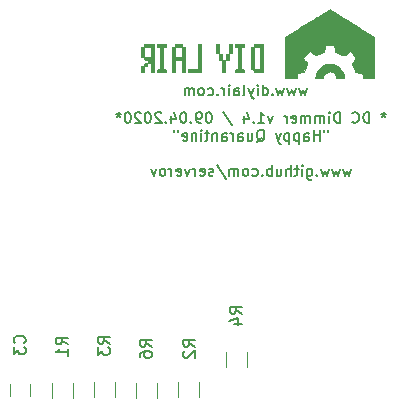
<source format=gbo>
G04 #@! TF.GenerationSoftware,KiCad,Pcbnew,(5.1.5)-3*
G04 #@! TF.CreationDate,2020-04-09T15:05:06+03:00*
G04 #@! TF.ProjectId,DCDimmer,44434469-6d6d-4657-922e-6b696361645f,rev?*
G04 #@! TF.SameCoordinates,Original*
G04 #@! TF.FileFunction,Legend,Bot*
G04 #@! TF.FilePolarity,Positive*
%FSLAX46Y46*%
G04 Gerber Fmt 4.6, Leading zero omitted, Abs format (unit mm)*
G04 Created by KiCad (PCBNEW (5.1.5)-3) date 2020-04-09 15:05:06*
%MOMM*%
%LPD*%
G04 APERTURE LIST*
%ADD10C,0.150000*%
%ADD11C,0.010000*%
%ADD12C,0.120000*%
G04 APERTURE END LIST*
D10*
X135509142Y-81087142D02*
X135337714Y-81687142D01*
X135166285Y-81258571D01*
X134994857Y-81687142D01*
X134823428Y-81087142D01*
X134566285Y-81087142D02*
X134394857Y-81687142D01*
X134223428Y-81258571D01*
X134052000Y-81687142D01*
X133880571Y-81087142D01*
X133623428Y-81087142D02*
X133452000Y-81687142D01*
X133280571Y-81258571D01*
X133109142Y-81687142D01*
X132937714Y-81087142D01*
X132594857Y-81601428D02*
X132552000Y-81644285D01*
X132594857Y-81687142D01*
X132637714Y-81644285D01*
X132594857Y-81601428D01*
X132594857Y-81687142D01*
X131780571Y-81687142D02*
X131780571Y-80787142D01*
X131780571Y-81644285D02*
X131866285Y-81687142D01*
X132037714Y-81687142D01*
X132123428Y-81644285D01*
X132166285Y-81601428D01*
X132209142Y-81515714D01*
X132209142Y-81258571D01*
X132166285Y-81172857D01*
X132123428Y-81130000D01*
X132037714Y-81087142D01*
X131866285Y-81087142D01*
X131780571Y-81130000D01*
X131352000Y-81687142D02*
X131352000Y-81087142D01*
X131352000Y-80787142D02*
X131394857Y-80830000D01*
X131352000Y-80872857D01*
X131309142Y-80830000D01*
X131352000Y-80787142D01*
X131352000Y-80872857D01*
X131009142Y-81087142D02*
X130794857Y-81687142D01*
X130580571Y-81087142D02*
X130794857Y-81687142D01*
X130880571Y-81901428D01*
X130923428Y-81944285D01*
X131009142Y-81987142D01*
X130109142Y-81687142D02*
X130194857Y-81644285D01*
X130237714Y-81558571D01*
X130237714Y-80787142D01*
X129380571Y-81687142D02*
X129380571Y-81215714D01*
X129423428Y-81130000D01*
X129509142Y-81087142D01*
X129680571Y-81087142D01*
X129766285Y-81130000D01*
X129380571Y-81644285D02*
X129466285Y-81687142D01*
X129680571Y-81687142D01*
X129766285Y-81644285D01*
X129809142Y-81558571D01*
X129809142Y-81472857D01*
X129766285Y-81387142D01*
X129680571Y-81344285D01*
X129466285Y-81344285D01*
X129380571Y-81301428D01*
X128952000Y-81687142D02*
X128952000Y-81087142D01*
X128952000Y-80787142D02*
X128994857Y-80830000D01*
X128952000Y-80872857D01*
X128909142Y-80830000D01*
X128952000Y-80787142D01*
X128952000Y-80872857D01*
X128523428Y-81687142D02*
X128523428Y-81087142D01*
X128523428Y-81258571D02*
X128480571Y-81172857D01*
X128437714Y-81130000D01*
X128352000Y-81087142D01*
X128266285Y-81087142D01*
X127966285Y-81601428D02*
X127923428Y-81644285D01*
X127966285Y-81687142D01*
X128009142Y-81644285D01*
X127966285Y-81601428D01*
X127966285Y-81687142D01*
X127152000Y-81644285D02*
X127237714Y-81687142D01*
X127409142Y-81687142D01*
X127494857Y-81644285D01*
X127537714Y-81601428D01*
X127580571Y-81515714D01*
X127580571Y-81258571D01*
X127537714Y-81172857D01*
X127494857Y-81130000D01*
X127409142Y-81087142D01*
X127237714Y-81087142D01*
X127152000Y-81130000D01*
X126637714Y-81687142D02*
X126723428Y-81644285D01*
X126766285Y-81601428D01*
X126809142Y-81515714D01*
X126809142Y-81258571D01*
X126766285Y-81172857D01*
X126723428Y-81130000D01*
X126637714Y-81087142D01*
X126509142Y-81087142D01*
X126423428Y-81130000D01*
X126380571Y-81172857D01*
X126337714Y-81258571D01*
X126337714Y-81515714D01*
X126380571Y-81601428D01*
X126423428Y-81644285D01*
X126509142Y-81687142D01*
X126637714Y-81687142D01*
X125952000Y-81687142D02*
X125952000Y-81087142D01*
X125952000Y-81172857D02*
X125909142Y-81130000D01*
X125823428Y-81087142D01*
X125694857Y-81087142D01*
X125609142Y-81130000D01*
X125566285Y-81215714D01*
X125566285Y-81687142D01*
X125566285Y-81215714D02*
X125523428Y-81130000D01*
X125437714Y-81087142D01*
X125309142Y-81087142D01*
X125223428Y-81130000D01*
X125180571Y-81215714D01*
X125180571Y-81687142D01*
X142038571Y-83121142D02*
X142038571Y-83335428D01*
X142252857Y-83249714D02*
X142038571Y-83335428D01*
X141824285Y-83249714D01*
X142167142Y-83506857D02*
X142038571Y-83335428D01*
X141910000Y-83506857D01*
X140795714Y-84021142D02*
X140795714Y-83121142D01*
X140581428Y-83121142D01*
X140452857Y-83164000D01*
X140367142Y-83249714D01*
X140324285Y-83335428D01*
X140281428Y-83506857D01*
X140281428Y-83635428D01*
X140324285Y-83806857D01*
X140367142Y-83892571D01*
X140452857Y-83978285D01*
X140581428Y-84021142D01*
X140795714Y-84021142D01*
X139381428Y-83935428D02*
X139424285Y-83978285D01*
X139552857Y-84021142D01*
X139638571Y-84021142D01*
X139767142Y-83978285D01*
X139852857Y-83892571D01*
X139895714Y-83806857D01*
X139938571Y-83635428D01*
X139938571Y-83506857D01*
X139895714Y-83335428D01*
X139852857Y-83249714D01*
X139767142Y-83164000D01*
X139638571Y-83121142D01*
X139552857Y-83121142D01*
X139424285Y-83164000D01*
X139381428Y-83206857D01*
X138310000Y-84021142D02*
X138310000Y-83121142D01*
X138095714Y-83121142D01*
X137967142Y-83164000D01*
X137881428Y-83249714D01*
X137838571Y-83335428D01*
X137795714Y-83506857D01*
X137795714Y-83635428D01*
X137838571Y-83806857D01*
X137881428Y-83892571D01*
X137967142Y-83978285D01*
X138095714Y-84021142D01*
X138310000Y-84021142D01*
X137410000Y-84021142D02*
X137410000Y-83421142D01*
X137410000Y-83121142D02*
X137452857Y-83164000D01*
X137410000Y-83206857D01*
X137367142Y-83164000D01*
X137410000Y-83121142D01*
X137410000Y-83206857D01*
X136981428Y-84021142D02*
X136981428Y-83421142D01*
X136981428Y-83506857D02*
X136938571Y-83464000D01*
X136852857Y-83421142D01*
X136724285Y-83421142D01*
X136638571Y-83464000D01*
X136595714Y-83549714D01*
X136595714Y-84021142D01*
X136595714Y-83549714D02*
X136552857Y-83464000D01*
X136467142Y-83421142D01*
X136338571Y-83421142D01*
X136252857Y-83464000D01*
X136210000Y-83549714D01*
X136210000Y-84021142D01*
X135781428Y-84021142D02*
X135781428Y-83421142D01*
X135781428Y-83506857D02*
X135738571Y-83464000D01*
X135652857Y-83421142D01*
X135524285Y-83421142D01*
X135438571Y-83464000D01*
X135395714Y-83549714D01*
X135395714Y-84021142D01*
X135395714Y-83549714D02*
X135352857Y-83464000D01*
X135267142Y-83421142D01*
X135138571Y-83421142D01*
X135052857Y-83464000D01*
X135010000Y-83549714D01*
X135010000Y-84021142D01*
X134238571Y-83978285D02*
X134324285Y-84021142D01*
X134495714Y-84021142D01*
X134581428Y-83978285D01*
X134624285Y-83892571D01*
X134624285Y-83549714D01*
X134581428Y-83464000D01*
X134495714Y-83421142D01*
X134324285Y-83421142D01*
X134238571Y-83464000D01*
X134195714Y-83549714D01*
X134195714Y-83635428D01*
X134624285Y-83721142D01*
X133810000Y-84021142D02*
X133810000Y-83421142D01*
X133810000Y-83592571D02*
X133767142Y-83506857D01*
X133724285Y-83464000D01*
X133638571Y-83421142D01*
X133552857Y-83421142D01*
X132652857Y-83421142D02*
X132438571Y-84021142D01*
X132224285Y-83421142D01*
X131410000Y-84021142D02*
X131924285Y-84021142D01*
X131667142Y-84021142D02*
X131667142Y-83121142D01*
X131752857Y-83249714D01*
X131838571Y-83335428D01*
X131924285Y-83378285D01*
X131024285Y-83935428D02*
X130981428Y-83978285D01*
X131024285Y-84021142D01*
X131067142Y-83978285D01*
X131024285Y-83935428D01*
X131024285Y-84021142D01*
X130210000Y-83421142D02*
X130210000Y-84021142D01*
X130424285Y-83078285D02*
X130638571Y-83721142D01*
X130081428Y-83721142D01*
X128410000Y-83078285D02*
X129181428Y-84235428D01*
X127252857Y-83121142D02*
X127167142Y-83121142D01*
X127081428Y-83164000D01*
X127038571Y-83206857D01*
X126995714Y-83292571D01*
X126952857Y-83464000D01*
X126952857Y-83678285D01*
X126995714Y-83849714D01*
X127038571Y-83935428D01*
X127081428Y-83978285D01*
X127167142Y-84021142D01*
X127252857Y-84021142D01*
X127338571Y-83978285D01*
X127381428Y-83935428D01*
X127424285Y-83849714D01*
X127467142Y-83678285D01*
X127467142Y-83464000D01*
X127424285Y-83292571D01*
X127381428Y-83206857D01*
X127338571Y-83164000D01*
X127252857Y-83121142D01*
X126524285Y-84021142D02*
X126352857Y-84021142D01*
X126267142Y-83978285D01*
X126224285Y-83935428D01*
X126138571Y-83806857D01*
X126095714Y-83635428D01*
X126095714Y-83292571D01*
X126138571Y-83206857D01*
X126181428Y-83164000D01*
X126267142Y-83121142D01*
X126438571Y-83121142D01*
X126524285Y-83164000D01*
X126567142Y-83206857D01*
X126610000Y-83292571D01*
X126610000Y-83506857D01*
X126567142Y-83592571D01*
X126524285Y-83635428D01*
X126438571Y-83678285D01*
X126267142Y-83678285D01*
X126181428Y-83635428D01*
X126138571Y-83592571D01*
X126095714Y-83506857D01*
X125710000Y-83935428D02*
X125667142Y-83978285D01*
X125710000Y-84021142D01*
X125752857Y-83978285D01*
X125710000Y-83935428D01*
X125710000Y-84021142D01*
X125110000Y-83121142D02*
X125024285Y-83121142D01*
X124938571Y-83164000D01*
X124895714Y-83206857D01*
X124852857Y-83292571D01*
X124810000Y-83464000D01*
X124810000Y-83678285D01*
X124852857Y-83849714D01*
X124895714Y-83935428D01*
X124938571Y-83978285D01*
X125024285Y-84021142D01*
X125110000Y-84021142D01*
X125195714Y-83978285D01*
X125238571Y-83935428D01*
X125281428Y-83849714D01*
X125324285Y-83678285D01*
X125324285Y-83464000D01*
X125281428Y-83292571D01*
X125238571Y-83206857D01*
X125195714Y-83164000D01*
X125110000Y-83121142D01*
X124038571Y-83421142D02*
X124038571Y-84021142D01*
X124252857Y-83078285D02*
X124467142Y-83721142D01*
X123910000Y-83721142D01*
X123567142Y-83935428D02*
X123524285Y-83978285D01*
X123567142Y-84021142D01*
X123610000Y-83978285D01*
X123567142Y-83935428D01*
X123567142Y-84021142D01*
X123181428Y-83206857D02*
X123138571Y-83164000D01*
X123052857Y-83121142D01*
X122838571Y-83121142D01*
X122752857Y-83164000D01*
X122710000Y-83206857D01*
X122667142Y-83292571D01*
X122667142Y-83378285D01*
X122710000Y-83506857D01*
X123224285Y-84021142D01*
X122667142Y-84021142D01*
X122110000Y-83121142D02*
X122024285Y-83121142D01*
X121938571Y-83164000D01*
X121895714Y-83206857D01*
X121852857Y-83292571D01*
X121810000Y-83464000D01*
X121810000Y-83678285D01*
X121852857Y-83849714D01*
X121895714Y-83935428D01*
X121938571Y-83978285D01*
X122024285Y-84021142D01*
X122110000Y-84021142D01*
X122195714Y-83978285D01*
X122238571Y-83935428D01*
X122281428Y-83849714D01*
X122324285Y-83678285D01*
X122324285Y-83464000D01*
X122281428Y-83292571D01*
X122238571Y-83206857D01*
X122195714Y-83164000D01*
X122110000Y-83121142D01*
X121467142Y-83206857D02*
X121424285Y-83164000D01*
X121338571Y-83121142D01*
X121124285Y-83121142D01*
X121038571Y-83164000D01*
X120995714Y-83206857D01*
X120952857Y-83292571D01*
X120952857Y-83378285D01*
X120995714Y-83506857D01*
X121510000Y-84021142D01*
X120952857Y-84021142D01*
X120395714Y-83121142D02*
X120310000Y-83121142D01*
X120224285Y-83164000D01*
X120181428Y-83206857D01*
X120138571Y-83292571D01*
X120095714Y-83464000D01*
X120095714Y-83678285D01*
X120138571Y-83849714D01*
X120181428Y-83935428D01*
X120224285Y-83978285D01*
X120310000Y-84021142D01*
X120395714Y-84021142D01*
X120481428Y-83978285D01*
X120524285Y-83935428D01*
X120567142Y-83849714D01*
X120610000Y-83678285D01*
X120610000Y-83464000D01*
X120567142Y-83292571D01*
X120524285Y-83206857D01*
X120481428Y-83164000D01*
X120395714Y-83121142D01*
X119581428Y-83121142D02*
X119581428Y-83335428D01*
X119795714Y-83249714D02*
X119581428Y-83335428D01*
X119367142Y-83249714D01*
X119710000Y-83506857D02*
X119581428Y-83335428D01*
X119452857Y-83506857D01*
X137345714Y-84621142D02*
X137345714Y-84792571D01*
X137002857Y-84621142D02*
X137002857Y-84792571D01*
X136617142Y-85521142D02*
X136617142Y-84621142D01*
X136617142Y-85049714D02*
X136102857Y-85049714D01*
X136102857Y-85521142D02*
X136102857Y-84621142D01*
X135288571Y-85521142D02*
X135288571Y-85049714D01*
X135331428Y-84964000D01*
X135417142Y-84921142D01*
X135588571Y-84921142D01*
X135674285Y-84964000D01*
X135288571Y-85478285D02*
X135374285Y-85521142D01*
X135588571Y-85521142D01*
X135674285Y-85478285D01*
X135717142Y-85392571D01*
X135717142Y-85306857D01*
X135674285Y-85221142D01*
X135588571Y-85178285D01*
X135374285Y-85178285D01*
X135288571Y-85135428D01*
X134860000Y-84921142D02*
X134860000Y-85821142D01*
X134860000Y-84964000D02*
X134774285Y-84921142D01*
X134602857Y-84921142D01*
X134517142Y-84964000D01*
X134474285Y-85006857D01*
X134431428Y-85092571D01*
X134431428Y-85349714D01*
X134474285Y-85435428D01*
X134517142Y-85478285D01*
X134602857Y-85521142D01*
X134774285Y-85521142D01*
X134860000Y-85478285D01*
X134045714Y-84921142D02*
X134045714Y-85821142D01*
X134045714Y-84964000D02*
X133960000Y-84921142D01*
X133788571Y-84921142D01*
X133702857Y-84964000D01*
X133660000Y-85006857D01*
X133617142Y-85092571D01*
X133617142Y-85349714D01*
X133660000Y-85435428D01*
X133702857Y-85478285D01*
X133788571Y-85521142D01*
X133960000Y-85521142D01*
X134045714Y-85478285D01*
X133317142Y-84921142D02*
X133102857Y-85521142D01*
X132888571Y-84921142D02*
X133102857Y-85521142D01*
X133188571Y-85735428D01*
X133231428Y-85778285D01*
X133317142Y-85821142D01*
X131260000Y-85606857D02*
X131345714Y-85564000D01*
X131431428Y-85478285D01*
X131560000Y-85349714D01*
X131645714Y-85306857D01*
X131731428Y-85306857D01*
X131688571Y-85521142D02*
X131774285Y-85478285D01*
X131860000Y-85392571D01*
X131902857Y-85221142D01*
X131902857Y-84921142D01*
X131860000Y-84749714D01*
X131774285Y-84664000D01*
X131688571Y-84621142D01*
X131517142Y-84621142D01*
X131431428Y-84664000D01*
X131345714Y-84749714D01*
X131302857Y-84921142D01*
X131302857Y-85221142D01*
X131345714Y-85392571D01*
X131431428Y-85478285D01*
X131517142Y-85521142D01*
X131688571Y-85521142D01*
X130531428Y-84921142D02*
X130531428Y-85521142D01*
X130917142Y-84921142D02*
X130917142Y-85392571D01*
X130874285Y-85478285D01*
X130788571Y-85521142D01*
X130660000Y-85521142D01*
X130574285Y-85478285D01*
X130531428Y-85435428D01*
X129717142Y-85521142D02*
X129717142Y-85049714D01*
X129760000Y-84964000D01*
X129845714Y-84921142D01*
X130017142Y-84921142D01*
X130102857Y-84964000D01*
X129717142Y-85478285D02*
X129802857Y-85521142D01*
X130017142Y-85521142D01*
X130102857Y-85478285D01*
X130145714Y-85392571D01*
X130145714Y-85306857D01*
X130102857Y-85221142D01*
X130017142Y-85178285D01*
X129802857Y-85178285D01*
X129717142Y-85135428D01*
X129288571Y-85521142D02*
X129288571Y-84921142D01*
X129288571Y-85092571D02*
X129245714Y-85006857D01*
X129202857Y-84964000D01*
X129117142Y-84921142D01*
X129031428Y-84921142D01*
X128345714Y-85521142D02*
X128345714Y-85049714D01*
X128388571Y-84964000D01*
X128474285Y-84921142D01*
X128645714Y-84921142D01*
X128731428Y-84964000D01*
X128345714Y-85478285D02*
X128431428Y-85521142D01*
X128645714Y-85521142D01*
X128731428Y-85478285D01*
X128774285Y-85392571D01*
X128774285Y-85306857D01*
X128731428Y-85221142D01*
X128645714Y-85178285D01*
X128431428Y-85178285D01*
X128345714Y-85135428D01*
X127917142Y-84921142D02*
X127917142Y-85521142D01*
X127917142Y-85006857D02*
X127874285Y-84964000D01*
X127788571Y-84921142D01*
X127660000Y-84921142D01*
X127574285Y-84964000D01*
X127531428Y-85049714D01*
X127531428Y-85521142D01*
X127231428Y-84921142D02*
X126888571Y-84921142D01*
X127102857Y-84621142D02*
X127102857Y-85392571D01*
X127060000Y-85478285D01*
X126974285Y-85521142D01*
X126888571Y-85521142D01*
X126588571Y-85521142D02*
X126588571Y-84921142D01*
X126588571Y-84621142D02*
X126631428Y-84664000D01*
X126588571Y-84706857D01*
X126545714Y-84664000D01*
X126588571Y-84621142D01*
X126588571Y-84706857D01*
X126160000Y-84921142D02*
X126160000Y-85521142D01*
X126160000Y-85006857D02*
X126117142Y-84964000D01*
X126031428Y-84921142D01*
X125902857Y-84921142D01*
X125817142Y-84964000D01*
X125774285Y-85049714D01*
X125774285Y-85521142D01*
X125002857Y-85478285D02*
X125088571Y-85521142D01*
X125260000Y-85521142D01*
X125345714Y-85478285D01*
X125388571Y-85392571D01*
X125388571Y-85049714D01*
X125345714Y-84964000D01*
X125260000Y-84921142D01*
X125088571Y-84921142D01*
X125002857Y-84964000D01*
X124960000Y-85049714D01*
X124960000Y-85135428D01*
X125388571Y-85221142D01*
X124617142Y-84621142D02*
X124617142Y-84792571D01*
X124274285Y-84621142D02*
X124274285Y-84792571D01*
X139274285Y-87921142D02*
X139102857Y-88521142D01*
X138931428Y-88092571D01*
X138760000Y-88521142D01*
X138588571Y-87921142D01*
X138331428Y-87921142D02*
X138160000Y-88521142D01*
X137988571Y-88092571D01*
X137817142Y-88521142D01*
X137645714Y-87921142D01*
X137388571Y-87921142D02*
X137217142Y-88521142D01*
X137045714Y-88092571D01*
X136874285Y-88521142D01*
X136702857Y-87921142D01*
X136360000Y-88435428D02*
X136317142Y-88478285D01*
X136360000Y-88521142D01*
X136402857Y-88478285D01*
X136360000Y-88435428D01*
X136360000Y-88521142D01*
X135545714Y-87921142D02*
X135545714Y-88649714D01*
X135588571Y-88735428D01*
X135631428Y-88778285D01*
X135717142Y-88821142D01*
X135845714Y-88821142D01*
X135931428Y-88778285D01*
X135545714Y-88478285D02*
X135631428Y-88521142D01*
X135802857Y-88521142D01*
X135888571Y-88478285D01*
X135931428Y-88435428D01*
X135974285Y-88349714D01*
X135974285Y-88092571D01*
X135931428Y-88006857D01*
X135888571Y-87964000D01*
X135802857Y-87921142D01*
X135631428Y-87921142D01*
X135545714Y-87964000D01*
X135117142Y-88521142D02*
X135117142Y-87921142D01*
X135117142Y-87621142D02*
X135160000Y-87664000D01*
X135117142Y-87706857D01*
X135074285Y-87664000D01*
X135117142Y-87621142D01*
X135117142Y-87706857D01*
X134817142Y-87921142D02*
X134474285Y-87921142D01*
X134688571Y-87621142D02*
X134688571Y-88392571D01*
X134645714Y-88478285D01*
X134560000Y-88521142D01*
X134474285Y-88521142D01*
X134174285Y-88521142D02*
X134174285Y-87621142D01*
X133788571Y-88521142D02*
X133788571Y-88049714D01*
X133831428Y-87964000D01*
X133917142Y-87921142D01*
X134045714Y-87921142D01*
X134131428Y-87964000D01*
X134174285Y-88006857D01*
X132974285Y-87921142D02*
X132974285Y-88521142D01*
X133360000Y-87921142D02*
X133360000Y-88392571D01*
X133317142Y-88478285D01*
X133231428Y-88521142D01*
X133102857Y-88521142D01*
X133017142Y-88478285D01*
X132974285Y-88435428D01*
X132545714Y-88521142D02*
X132545714Y-87621142D01*
X132545714Y-87964000D02*
X132460000Y-87921142D01*
X132288571Y-87921142D01*
X132202857Y-87964000D01*
X132160000Y-88006857D01*
X132117142Y-88092571D01*
X132117142Y-88349714D01*
X132160000Y-88435428D01*
X132202857Y-88478285D01*
X132288571Y-88521142D01*
X132460000Y-88521142D01*
X132545714Y-88478285D01*
X131731428Y-88435428D02*
X131688571Y-88478285D01*
X131731428Y-88521142D01*
X131774285Y-88478285D01*
X131731428Y-88435428D01*
X131731428Y-88521142D01*
X130917142Y-88478285D02*
X131002857Y-88521142D01*
X131174285Y-88521142D01*
X131260000Y-88478285D01*
X131302857Y-88435428D01*
X131345714Y-88349714D01*
X131345714Y-88092571D01*
X131302857Y-88006857D01*
X131260000Y-87964000D01*
X131174285Y-87921142D01*
X131002857Y-87921142D01*
X130917142Y-87964000D01*
X130402857Y-88521142D02*
X130488571Y-88478285D01*
X130531428Y-88435428D01*
X130574285Y-88349714D01*
X130574285Y-88092571D01*
X130531428Y-88006857D01*
X130488571Y-87964000D01*
X130402857Y-87921142D01*
X130274285Y-87921142D01*
X130188571Y-87964000D01*
X130145714Y-88006857D01*
X130102857Y-88092571D01*
X130102857Y-88349714D01*
X130145714Y-88435428D01*
X130188571Y-88478285D01*
X130274285Y-88521142D01*
X130402857Y-88521142D01*
X129717142Y-88521142D02*
X129717142Y-87921142D01*
X129717142Y-88006857D02*
X129674285Y-87964000D01*
X129588571Y-87921142D01*
X129460000Y-87921142D01*
X129374285Y-87964000D01*
X129331428Y-88049714D01*
X129331428Y-88521142D01*
X129331428Y-88049714D02*
X129288571Y-87964000D01*
X129202857Y-87921142D01*
X129074285Y-87921142D01*
X128988571Y-87964000D01*
X128945714Y-88049714D01*
X128945714Y-88521142D01*
X127874285Y-87578285D02*
X128645714Y-88735428D01*
X127617142Y-88478285D02*
X127531428Y-88521142D01*
X127360000Y-88521142D01*
X127274285Y-88478285D01*
X127231428Y-88392571D01*
X127231428Y-88349714D01*
X127274285Y-88264000D01*
X127360000Y-88221142D01*
X127488571Y-88221142D01*
X127574285Y-88178285D01*
X127617142Y-88092571D01*
X127617142Y-88049714D01*
X127574285Y-87964000D01*
X127488571Y-87921142D01*
X127360000Y-87921142D01*
X127274285Y-87964000D01*
X126502857Y-88478285D02*
X126588571Y-88521142D01*
X126760000Y-88521142D01*
X126845714Y-88478285D01*
X126888571Y-88392571D01*
X126888571Y-88049714D01*
X126845714Y-87964000D01*
X126760000Y-87921142D01*
X126588571Y-87921142D01*
X126502857Y-87964000D01*
X126460000Y-88049714D01*
X126460000Y-88135428D01*
X126888571Y-88221142D01*
X126074285Y-88521142D02*
X126074285Y-87921142D01*
X126074285Y-88092571D02*
X126031428Y-88006857D01*
X125988571Y-87964000D01*
X125902857Y-87921142D01*
X125817142Y-87921142D01*
X125602857Y-87921142D02*
X125388571Y-88521142D01*
X125174285Y-87921142D01*
X124488571Y-88478285D02*
X124574285Y-88521142D01*
X124745714Y-88521142D01*
X124831428Y-88478285D01*
X124874285Y-88392571D01*
X124874285Y-88049714D01*
X124831428Y-87964000D01*
X124745714Y-87921142D01*
X124574285Y-87921142D01*
X124488571Y-87964000D01*
X124445714Y-88049714D01*
X124445714Y-88135428D01*
X124874285Y-88221142D01*
X124060000Y-88521142D02*
X124060000Y-87921142D01*
X124060000Y-88092571D02*
X124017142Y-88006857D01*
X123974285Y-87964000D01*
X123888571Y-87921142D01*
X123802857Y-87921142D01*
X123374285Y-88521142D02*
X123460000Y-88478285D01*
X123502857Y-88435428D01*
X123545714Y-88349714D01*
X123545714Y-88092571D01*
X123502857Y-88006857D01*
X123460000Y-87964000D01*
X123374285Y-87921142D01*
X123245714Y-87921142D01*
X123160000Y-87964000D01*
X123117142Y-88006857D01*
X123074285Y-88092571D01*
X123074285Y-88349714D01*
X123117142Y-88435428D01*
X123160000Y-88478285D01*
X123245714Y-88521142D01*
X123374285Y-88521142D01*
X122774285Y-87921142D02*
X122560000Y-88521142D01*
X122345714Y-87921142D01*
D11*
G36*
X137406535Y-74443790D02*
G01*
X137297113Y-74505424D01*
X137134901Y-74601296D01*
X136929223Y-74725804D01*
X136689403Y-74873343D01*
X136424761Y-75038308D01*
X136339878Y-75091645D01*
X136017205Y-75294792D01*
X135669699Y-75513595D01*
X135317534Y-75735350D01*
X134980888Y-75947351D01*
X134679935Y-76136895D01*
X134482417Y-76261310D01*
X133688667Y-76761331D01*
X133688667Y-80221667D01*
X134662334Y-80221667D01*
X134662334Y-79814844D01*
X135286748Y-79709924D01*
X135372147Y-79489545D01*
X135431455Y-79337901D01*
X135487552Y-79196719D01*
X135510969Y-79138875D01*
X135535309Y-79066218D01*
X135534196Y-79001994D01*
X135500456Y-78923107D01*
X135426917Y-78806461D01*
X135391386Y-78753821D01*
X135218380Y-78499059D01*
X135483850Y-78235949D01*
X135749319Y-77972839D01*
X135999576Y-78144734D01*
X136249834Y-78316630D01*
X136525000Y-78208748D01*
X136679211Y-78148003D01*
X136813672Y-78094541D01*
X136895417Y-78061508D01*
X136970309Y-77999144D01*
X136990667Y-77938658D01*
X136999353Y-77849401D01*
X137021443Y-77716326D01*
X137036508Y-77641417D01*
X137082350Y-77427667D01*
X137826578Y-77427667D01*
X137884873Y-77732450D01*
X137943167Y-78037233D01*
X138197167Y-78134227D01*
X138347443Y-78193724D01*
X138478177Y-78249121D01*
X138547174Y-78281503D01*
X138605082Y-78302112D01*
X138667943Y-78293933D01*
X138755970Y-78249632D01*
X138889376Y-78161878D01*
X138903210Y-78152349D01*
X139163239Y-77972914D01*
X139410453Y-78217549D01*
X139524719Y-78334657D01*
X139611003Y-78430769D01*
X139654910Y-78489579D01*
X139657667Y-78497581D01*
X139635428Y-78547962D01*
X139577008Y-78646669D01*
X139494858Y-78772719D01*
X139491418Y-78777791D01*
X139325170Y-79022604D01*
X139449085Y-79268268D01*
X139513776Y-79407803D01*
X139558614Y-79526083D01*
X139573000Y-79590134D01*
X139585222Y-79651875D01*
X139631942Y-79696718D01*
X139728244Y-79732036D01*
X139889208Y-79765196D01*
X139953352Y-79775987D01*
X140229167Y-79821030D01*
X140242070Y-80021348D01*
X140254973Y-80221667D01*
X141224000Y-80221667D01*
X141224000Y-76764690D01*
X140091584Y-76051207D01*
X139768077Y-75847399D01*
X139427102Y-75632619D01*
X139086305Y-75417979D01*
X138763333Y-75214594D01*
X138475833Y-75033577D01*
X138241451Y-74886040D01*
X138231635Y-74879862D01*
X138008567Y-74740974D01*
X137808165Y-74619030D01*
X137641998Y-74520840D01*
X137521637Y-74453215D01*
X137458652Y-74422966D01*
X137453846Y-74422000D01*
X137406535Y-74443790D01*
G37*
X137406535Y-74443790D02*
X137297113Y-74505424D01*
X137134901Y-74601296D01*
X136929223Y-74725804D01*
X136689403Y-74873343D01*
X136424761Y-75038308D01*
X136339878Y-75091645D01*
X136017205Y-75294792D01*
X135669699Y-75513595D01*
X135317534Y-75735350D01*
X134980888Y-75947351D01*
X134679935Y-76136895D01*
X134482417Y-76261310D01*
X133688667Y-76761331D01*
X133688667Y-80221667D01*
X134662334Y-80221667D01*
X134662334Y-79814844D01*
X135286748Y-79709924D01*
X135372147Y-79489545D01*
X135431455Y-79337901D01*
X135487552Y-79196719D01*
X135510969Y-79138875D01*
X135535309Y-79066218D01*
X135534196Y-79001994D01*
X135500456Y-78923107D01*
X135426917Y-78806461D01*
X135391386Y-78753821D01*
X135218380Y-78499059D01*
X135483850Y-78235949D01*
X135749319Y-77972839D01*
X135999576Y-78144734D01*
X136249834Y-78316630D01*
X136525000Y-78208748D01*
X136679211Y-78148003D01*
X136813672Y-78094541D01*
X136895417Y-78061508D01*
X136970309Y-77999144D01*
X136990667Y-77938658D01*
X136999353Y-77849401D01*
X137021443Y-77716326D01*
X137036508Y-77641417D01*
X137082350Y-77427667D01*
X137826578Y-77427667D01*
X137884873Y-77732450D01*
X137943167Y-78037233D01*
X138197167Y-78134227D01*
X138347443Y-78193724D01*
X138478177Y-78249121D01*
X138547174Y-78281503D01*
X138605082Y-78302112D01*
X138667943Y-78293933D01*
X138755970Y-78249632D01*
X138889376Y-78161878D01*
X138903210Y-78152349D01*
X139163239Y-77972914D01*
X139410453Y-78217549D01*
X139524719Y-78334657D01*
X139611003Y-78430769D01*
X139654910Y-78489579D01*
X139657667Y-78497581D01*
X139635428Y-78547962D01*
X139577008Y-78646669D01*
X139494858Y-78772719D01*
X139491418Y-78777791D01*
X139325170Y-79022604D01*
X139449085Y-79268268D01*
X139513776Y-79407803D01*
X139558614Y-79526083D01*
X139573000Y-79590134D01*
X139585222Y-79651875D01*
X139631942Y-79696718D01*
X139728244Y-79732036D01*
X139889208Y-79765196D01*
X139953352Y-79775987D01*
X140229167Y-79821030D01*
X140242070Y-80021348D01*
X140254973Y-80221667D01*
X141224000Y-80221667D01*
X141224000Y-76764690D01*
X140091584Y-76051207D01*
X139768077Y-75847399D01*
X139427102Y-75632619D01*
X139086305Y-75417979D01*
X138763333Y-75214594D01*
X138475833Y-75033577D01*
X138241451Y-74886040D01*
X138231635Y-74879862D01*
X138008567Y-74740974D01*
X137808165Y-74619030D01*
X137641998Y-74520840D01*
X137521637Y-74453215D01*
X137458652Y-74422966D01*
X137453846Y-74422000D01*
X137406535Y-74443790D01*
G36*
X137148295Y-79051663D02*
G01*
X136959271Y-79117361D01*
X136720924Y-79263992D01*
X136517801Y-79467946D01*
X136364656Y-79709386D01*
X136276241Y-79968472D01*
X136263985Y-80052334D01*
X136249834Y-80200500D01*
X136879452Y-80200500D01*
X136913507Y-80069075D01*
X136998152Y-79895992D01*
X137140003Y-79761268D01*
X137317078Y-79677723D01*
X137507394Y-79658176D01*
X137591543Y-79673688D01*
X137755686Y-79755104D01*
X137893104Y-79885174D01*
X137978599Y-80038124D01*
X137989685Y-80080915D01*
X138016090Y-80221667D01*
X138652678Y-80221667D01*
X138632207Y-80040050D01*
X138560624Y-79753647D01*
X138422174Y-79504579D01*
X138228895Y-79299485D01*
X137992828Y-79145006D01*
X137726013Y-79047783D01*
X137440489Y-79014455D01*
X137148295Y-79051663D01*
G37*
X137148295Y-79051663D02*
X136959271Y-79117361D01*
X136720924Y-79263992D01*
X136517801Y-79467946D01*
X136364656Y-79709386D01*
X136276241Y-79968472D01*
X136263985Y-80052334D01*
X136249834Y-80200500D01*
X136879452Y-80200500D01*
X136913507Y-80069075D01*
X136998152Y-79895992D01*
X137140003Y-79761268D01*
X137317078Y-79677723D01*
X137507394Y-79658176D01*
X137591543Y-79673688D01*
X137755686Y-79755104D01*
X137893104Y-79885174D01*
X137978599Y-80038124D01*
X137989685Y-80080915D01*
X138016090Y-80221667D01*
X138652678Y-80221667D01*
X138632207Y-80040050D01*
X138560624Y-79753647D01*
X138422174Y-79504579D01*
X138228895Y-79299485D01*
X137992828Y-79145006D01*
X137726013Y-79047783D01*
X137440489Y-79014455D01*
X137148295Y-79051663D01*
G36*
X131021667Y-77512334D02*
G01*
X131011178Y-77602288D01*
X130961697Y-77635443D01*
X130894667Y-77639334D01*
X130767667Y-77639334D01*
X130767667Y-79502000D01*
X130894667Y-79502000D01*
X130984621Y-79512490D01*
X131017776Y-79561970D01*
X131021667Y-79629000D01*
X131021667Y-79756000D01*
X131826000Y-79756000D01*
X131826000Y-77639334D01*
X131572000Y-77639334D01*
X131572000Y-79502000D01*
X131021667Y-79502000D01*
X131021667Y-77639334D01*
X131572000Y-77639334D01*
X131826000Y-77639334D01*
X131826000Y-77385334D01*
X131021667Y-77385334D01*
X131021667Y-77512334D01*
G37*
X131021667Y-77512334D02*
X131011178Y-77602288D01*
X130961697Y-77635443D01*
X130894667Y-77639334D01*
X130767667Y-77639334D01*
X130767667Y-79502000D01*
X130894667Y-79502000D01*
X130984621Y-79512490D01*
X131017776Y-79561970D01*
X131021667Y-79629000D01*
X131021667Y-79756000D01*
X131826000Y-79756000D01*
X131826000Y-77639334D01*
X131572000Y-77639334D01*
X131572000Y-79502000D01*
X131021667Y-79502000D01*
X131021667Y-77639334D01*
X131572000Y-77639334D01*
X131826000Y-77639334D01*
X131826000Y-77385334D01*
X131021667Y-77385334D01*
X131021667Y-77512334D01*
G36*
X129413000Y-77512334D02*
G01*
X129423490Y-77602288D01*
X129472970Y-77635443D01*
X129540000Y-77639334D01*
X129667000Y-77639334D01*
X129667000Y-79502000D01*
X129540000Y-79502000D01*
X129450046Y-79512490D01*
X129416891Y-79561970D01*
X129413000Y-79629000D01*
X129413000Y-79756000D01*
X130217334Y-79756000D01*
X130217334Y-79631682D01*
X130206250Y-79544372D01*
X130155576Y-79506048D01*
X130079750Y-79494099D01*
X129942167Y-79480834D01*
X129919349Y-77639334D01*
X130068342Y-77639334D01*
X130168251Y-77632354D01*
X130209376Y-77596858D01*
X130217334Y-77512334D01*
X130217334Y-77385334D01*
X129413000Y-77385334D01*
X129413000Y-77512334D01*
G37*
X129413000Y-77512334D02*
X129423490Y-77602288D01*
X129472970Y-77635443D01*
X129540000Y-77639334D01*
X129667000Y-77639334D01*
X129667000Y-79502000D01*
X129540000Y-79502000D01*
X129450046Y-79512490D01*
X129416891Y-79561970D01*
X129413000Y-79629000D01*
X129413000Y-79756000D01*
X130217334Y-79756000D01*
X130217334Y-79631682D01*
X130206250Y-79544372D01*
X130155576Y-79506048D01*
X130079750Y-79494099D01*
X129942167Y-79480834D01*
X129919349Y-77639334D01*
X130068342Y-77639334D01*
X130168251Y-77632354D01*
X130209376Y-77596858D01*
X130217334Y-77512334D01*
X130217334Y-77385334D01*
X129413000Y-77385334D01*
X129413000Y-77512334D01*
G36*
X128354667Y-79756000D02*
G01*
X128608667Y-79756000D01*
X128608667Y-78697667D01*
X128354667Y-78697667D01*
X128354667Y-79756000D01*
G37*
X128354667Y-79756000D02*
X128608667Y-79756000D01*
X128608667Y-78697667D01*
X128354667Y-78697667D01*
X128354667Y-79756000D01*
G36*
X128354667Y-78189667D02*
G01*
X128100667Y-78189667D01*
X128100667Y-78697667D01*
X128354667Y-78697667D01*
X128354667Y-78189667D01*
G37*
X128354667Y-78189667D02*
X128100667Y-78189667D01*
X128100667Y-78697667D01*
X128354667Y-78697667D01*
X128354667Y-78189667D01*
G36*
X126280334Y-79502000D02*
G01*
X125476000Y-79502000D01*
X125476000Y-79756000D01*
X126534334Y-79756000D01*
X126534334Y-77385334D01*
X126280334Y-77385334D01*
X126280334Y-79502000D01*
G37*
X126280334Y-79502000D02*
X125476000Y-79502000D01*
X125476000Y-79756000D01*
X126534334Y-79756000D01*
X126534334Y-77385334D01*
X126280334Y-77385334D01*
X126280334Y-79502000D01*
G36*
X124375334Y-77512334D02*
G01*
X124364844Y-77602288D01*
X124315364Y-77635443D01*
X124248334Y-77639334D01*
X124121334Y-77639334D01*
X124121334Y-79756000D01*
X124375334Y-79756000D01*
X124375334Y-78697667D01*
X124925667Y-78697667D01*
X124925667Y-79756000D01*
X125179667Y-79756000D01*
X125179667Y-77639334D01*
X125052667Y-77639334D01*
X124925667Y-77639334D01*
X124925667Y-78443667D01*
X124375334Y-78443667D01*
X124375334Y-77639334D01*
X124925667Y-77639334D01*
X125052667Y-77639334D01*
X124962713Y-77628844D01*
X124929558Y-77579364D01*
X124925667Y-77512334D01*
X124925667Y-77385334D01*
X124375334Y-77385334D01*
X124375334Y-77512334D01*
G37*
X124375334Y-77512334D02*
X124364844Y-77602288D01*
X124315364Y-77635443D01*
X124248334Y-77639334D01*
X124121334Y-77639334D01*
X124121334Y-79756000D01*
X124375334Y-79756000D01*
X124375334Y-78697667D01*
X124925667Y-78697667D01*
X124925667Y-79756000D01*
X125179667Y-79756000D01*
X125179667Y-77639334D01*
X125052667Y-77639334D01*
X124925667Y-77639334D01*
X124925667Y-78443667D01*
X124375334Y-78443667D01*
X124375334Y-77639334D01*
X124925667Y-77639334D01*
X125052667Y-77639334D01*
X124962713Y-77628844D01*
X124929558Y-77579364D01*
X124925667Y-77512334D01*
X124925667Y-77385334D01*
X124375334Y-77385334D01*
X124375334Y-77512334D01*
G36*
X122809000Y-77512334D02*
G01*
X122819490Y-77602288D01*
X122868970Y-77635443D01*
X122936000Y-77639334D01*
X123063000Y-77639334D01*
X123063000Y-79502000D01*
X122936000Y-79502000D01*
X122846046Y-79512490D01*
X122812891Y-79561970D01*
X122809000Y-79629000D01*
X122809000Y-79756000D01*
X123613334Y-79756000D01*
X123613334Y-79631682D01*
X123602250Y-79544372D01*
X123551576Y-79506048D01*
X123475750Y-79494099D01*
X123338167Y-79480834D01*
X123315349Y-77639334D01*
X123464342Y-77639334D01*
X123564251Y-77632354D01*
X123605376Y-77596858D01*
X123613334Y-77512334D01*
X123613334Y-77385334D01*
X122809000Y-77385334D01*
X122809000Y-77512334D01*
G37*
X122809000Y-77512334D02*
X122819490Y-77602288D01*
X122868970Y-77635443D01*
X122936000Y-77639334D01*
X123063000Y-77639334D01*
X123063000Y-79502000D01*
X122936000Y-79502000D01*
X122846046Y-79512490D01*
X122812891Y-79561970D01*
X122809000Y-79629000D01*
X122809000Y-79756000D01*
X123613334Y-79756000D01*
X123613334Y-79631682D01*
X123602250Y-79544372D01*
X123551576Y-79506048D01*
X123475750Y-79494099D01*
X123338167Y-79480834D01*
X123315349Y-77639334D01*
X123464342Y-77639334D01*
X123564251Y-77632354D01*
X123605376Y-77596858D01*
X123613334Y-77512334D01*
X123613334Y-77385334D01*
X122809000Y-77385334D01*
X122809000Y-77512334D01*
G36*
X121750667Y-77512334D02*
G01*
X121740178Y-77602288D01*
X121690697Y-77635443D01*
X121623667Y-77639334D01*
X121496667Y-77639334D01*
X121496667Y-78443667D01*
X121623667Y-78443667D01*
X121713621Y-78454156D01*
X121746776Y-78503637D01*
X121750667Y-78570667D01*
X121758927Y-78655993D01*
X121800822Y-78690991D01*
X121898834Y-78697667D01*
X121998381Y-78704747D01*
X122039212Y-78740657D01*
X122047000Y-78824667D01*
X122057490Y-78914621D01*
X122106970Y-78947776D01*
X122174000Y-78951667D01*
X122301000Y-78951667D01*
X122301000Y-79756000D01*
X122555000Y-79756000D01*
X122555000Y-77639334D01*
X122301000Y-77639334D01*
X122301000Y-78443667D01*
X121750667Y-78443667D01*
X121750667Y-77639334D01*
X122301000Y-77639334D01*
X122555000Y-77639334D01*
X122555000Y-77385334D01*
X121750667Y-77385334D01*
X121750667Y-77512334D01*
G37*
X121750667Y-77512334D02*
X121740178Y-77602288D01*
X121690697Y-77635443D01*
X121623667Y-77639334D01*
X121496667Y-77639334D01*
X121496667Y-78443667D01*
X121623667Y-78443667D01*
X121713621Y-78454156D01*
X121746776Y-78503637D01*
X121750667Y-78570667D01*
X121758927Y-78655993D01*
X121800822Y-78690991D01*
X121898834Y-78697667D01*
X121998381Y-78704747D01*
X122039212Y-78740657D01*
X122047000Y-78824667D01*
X122057490Y-78914621D01*
X122106970Y-78947776D01*
X122174000Y-78951667D01*
X122301000Y-78951667D01*
X122301000Y-79756000D01*
X122555000Y-79756000D01*
X122555000Y-77639334D01*
X122301000Y-77639334D01*
X122301000Y-78443667D01*
X121750667Y-78443667D01*
X121750667Y-77639334D01*
X122301000Y-77639334D01*
X122555000Y-77639334D01*
X122555000Y-77385334D01*
X121750667Y-77385334D01*
X121750667Y-77512334D01*
G36*
X121496667Y-79756000D02*
G01*
X121750667Y-79756000D01*
X121750667Y-79248000D01*
X121496667Y-79248000D01*
X121496667Y-79756000D01*
G37*
X121496667Y-79756000D02*
X121750667Y-79756000D01*
X121750667Y-79248000D01*
X121496667Y-79248000D01*
X121496667Y-79756000D01*
G36*
X121787713Y-78962156D02*
G01*
X121754558Y-79011637D01*
X121750667Y-79078667D01*
X121761157Y-79168621D01*
X121810637Y-79201776D01*
X121877667Y-79205667D01*
X121967621Y-79195177D01*
X122000776Y-79145697D01*
X122004667Y-79078667D01*
X121994178Y-78988713D01*
X121944697Y-78955558D01*
X121877667Y-78951667D01*
X121787713Y-78962156D01*
G37*
X121787713Y-78962156D02*
X121754558Y-79011637D01*
X121750667Y-79078667D01*
X121761157Y-79168621D01*
X121810637Y-79201776D01*
X121877667Y-79205667D01*
X121967621Y-79195177D01*
X122000776Y-79145697D01*
X122004667Y-79078667D01*
X121994178Y-78988713D01*
X121944697Y-78955558D01*
X121877667Y-78951667D01*
X121787713Y-78962156D01*
G36*
X128651000Y-78697667D02*
G01*
X128905000Y-78697667D01*
X128905000Y-78189667D01*
X128651000Y-78189667D01*
X128651000Y-78697667D01*
G37*
X128651000Y-78697667D02*
X128905000Y-78697667D01*
X128905000Y-78189667D01*
X128651000Y-78189667D01*
X128651000Y-78697667D01*
G36*
X128905000Y-78147334D02*
G01*
X129159000Y-78147334D01*
X129159000Y-77385334D01*
X128905000Y-77385334D01*
X128905000Y-78147334D01*
G37*
X128905000Y-78147334D02*
X129159000Y-78147334D01*
X129159000Y-77385334D01*
X128905000Y-77385334D01*
X128905000Y-78147334D01*
G36*
X127846667Y-78147334D02*
G01*
X128100667Y-78147334D01*
X128100667Y-77385334D01*
X127846667Y-77385334D01*
X127846667Y-78147334D01*
G37*
X127846667Y-78147334D02*
X128100667Y-78147334D01*
X128100667Y-77385334D01*
X127846667Y-77385334D01*
X127846667Y-78147334D01*
D12*
X128660000Y-103460000D02*
X128660000Y-104660000D01*
X130420000Y-104660000D02*
X130420000Y-103460000D01*
X122800000Y-107280000D02*
X122800000Y-106080000D01*
X121040000Y-106080000D02*
X121040000Y-107280000D01*
X112102000Y-106160000D02*
X112102000Y-107160000D01*
X110402000Y-107160000D02*
X110402000Y-106160000D01*
X117484000Y-106000000D02*
X117484000Y-107200000D01*
X119244000Y-107200000D02*
X119244000Y-106000000D01*
X126356000Y-107200000D02*
X126356000Y-106000000D01*
X124596000Y-106000000D02*
X124596000Y-107200000D01*
X115688000Y-107280000D02*
X115688000Y-106080000D01*
X113928000Y-106080000D02*
X113928000Y-107280000D01*
D10*
X129992380Y-100163333D02*
X129516190Y-99830000D01*
X129992380Y-99591904D02*
X128992380Y-99591904D01*
X128992380Y-99972857D01*
X129040000Y-100068095D01*
X129087619Y-100115714D01*
X129182857Y-100163333D01*
X129325714Y-100163333D01*
X129420952Y-100115714D01*
X129468571Y-100068095D01*
X129516190Y-99972857D01*
X129516190Y-99591904D01*
X129325714Y-101020476D02*
X129992380Y-101020476D01*
X128944761Y-100782380D02*
X129659047Y-100544285D01*
X129659047Y-101163333D01*
X122372380Y-102957333D02*
X121896190Y-102624000D01*
X122372380Y-102385904D02*
X121372380Y-102385904D01*
X121372380Y-102766857D01*
X121420000Y-102862095D01*
X121467619Y-102909714D01*
X121562857Y-102957333D01*
X121705714Y-102957333D01*
X121800952Y-102909714D01*
X121848571Y-102862095D01*
X121896190Y-102766857D01*
X121896190Y-102385904D01*
X121372380Y-103814476D02*
X121372380Y-103624000D01*
X121420000Y-103528761D01*
X121467619Y-103481142D01*
X121610476Y-103385904D01*
X121800952Y-103338285D01*
X122181904Y-103338285D01*
X122277142Y-103385904D01*
X122324761Y-103433523D01*
X122372380Y-103528761D01*
X122372380Y-103719238D01*
X122324761Y-103814476D01*
X122277142Y-103862095D01*
X122181904Y-103909714D01*
X121943809Y-103909714D01*
X121848571Y-103862095D01*
X121800952Y-103814476D01*
X121753333Y-103719238D01*
X121753333Y-103528761D01*
X121800952Y-103433523D01*
X121848571Y-103385904D01*
X121943809Y-103338285D01*
X111609142Y-102663333D02*
X111656761Y-102615714D01*
X111704380Y-102472857D01*
X111704380Y-102377619D01*
X111656761Y-102234761D01*
X111561523Y-102139523D01*
X111466285Y-102091904D01*
X111275809Y-102044285D01*
X111132952Y-102044285D01*
X110942476Y-102091904D01*
X110847238Y-102139523D01*
X110752000Y-102234761D01*
X110704380Y-102377619D01*
X110704380Y-102472857D01*
X110752000Y-102615714D01*
X110799619Y-102663333D01*
X110704380Y-102996666D02*
X110704380Y-103615714D01*
X111085333Y-103282380D01*
X111085333Y-103425238D01*
X111132952Y-103520476D01*
X111180571Y-103568095D01*
X111275809Y-103615714D01*
X111513904Y-103615714D01*
X111609142Y-103568095D01*
X111656761Y-103520476D01*
X111704380Y-103425238D01*
X111704380Y-103139523D01*
X111656761Y-103044285D01*
X111609142Y-102996666D01*
X118816380Y-102703333D02*
X118340190Y-102370000D01*
X118816380Y-102131904D02*
X117816380Y-102131904D01*
X117816380Y-102512857D01*
X117864000Y-102608095D01*
X117911619Y-102655714D01*
X118006857Y-102703333D01*
X118149714Y-102703333D01*
X118244952Y-102655714D01*
X118292571Y-102608095D01*
X118340190Y-102512857D01*
X118340190Y-102131904D01*
X117816380Y-103036666D02*
X117816380Y-103655714D01*
X118197333Y-103322380D01*
X118197333Y-103465238D01*
X118244952Y-103560476D01*
X118292571Y-103608095D01*
X118387809Y-103655714D01*
X118625904Y-103655714D01*
X118721142Y-103608095D01*
X118768761Y-103560476D01*
X118816380Y-103465238D01*
X118816380Y-103179523D01*
X118768761Y-103084285D01*
X118721142Y-103036666D01*
X126055380Y-102957333D02*
X125579190Y-102624000D01*
X126055380Y-102385904D02*
X125055380Y-102385904D01*
X125055380Y-102766857D01*
X125103000Y-102862095D01*
X125150619Y-102909714D01*
X125245857Y-102957333D01*
X125388714Y-102957333D01*
X125483952Y-102909714D01*
X125531571Y-102862095D01*
X125579190Y-102766857D01*
X125579190Y-102385904D01*
X125150619Y-103338285D02*
X125103000Y-103385904D01*
X125055380Y-103481142D01*
X125055380Y-103719238D01*
X125103000Y-103814476D01*
X125150619Y-103862095D01*
X125245857Y-103909714D01*
X125341095Y-103909714D01*
X125483952Y-103862095D01*
X126055380Y-103290666D01*
X126055380Y-103909714D01*
X115260380Y-102783333D02*
X114784190Y-102450000D01*
X115260380Y-102211904D02*
X114260380Y-102211904D01*
X114260380Y-102592857D01*
X114308000Y-102688095D01*
X114355619Y-102735714D01*
X114450857Y-102783333D01*
X114593714Y-102783333D01*
X114688952Y-102735714D01*
X114736571Y-102688095D01*
X114784190Y-102592857D01*
X114784190Y-102211904D01*
X115260380Y-103735714D02*
X115260380Y-103164285D01*
X115260380Y-103450000D02*
X114260380Y-103450000D01*
X114403238Y-103354761D01*
X114498476Y-103259523D01*
X114546095Y-103164285D01*
M02*

</source>
